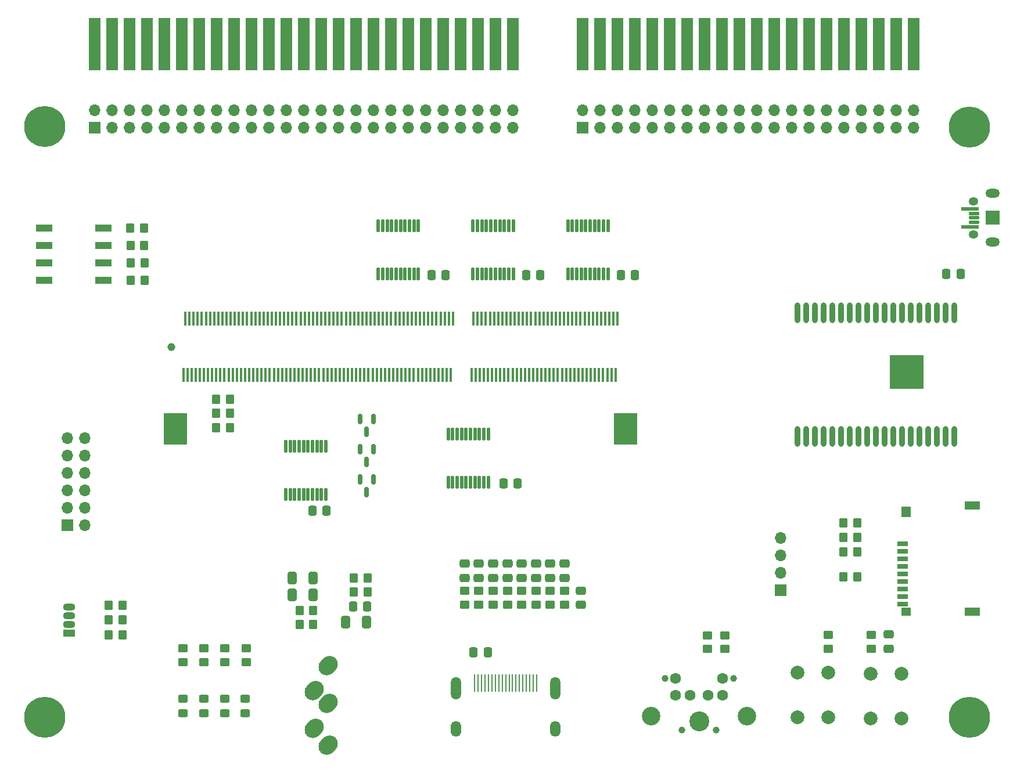
<source format=gbr>
%TF.GenerationSoftware,KiCad,Pcbnew,(6.0.0)*%
%TF.CreationDate,2023-03-19T22:45:45-04:00*%
%TF.ProjectId,TRS-IO++,5452532d-494f-42b2-9b2e-6b696361645f,rev?*%
%TF.SameCoordinates,Original*%
%TF.FileFunction,Soldermask,Top*%
%TF.FilePolarity,Negative*%
%FSLAX46Y46*%
G04 Gerber Fmt 4.6, Leading zero omitted, Abs format (unit mm)*
G04 Created by KiCad (PCBNEW (6.0.0)) date 2023-03-19 22:45:45*
%MOMM*%
%LPD*%
G01*
G04 APERTURE LIST*
G04 Aperture macros list*
%AMRoundRect*
0 Rectangle with rounded corners*
0 $1 Rounding radius*
0 $2 $3 $4 $5 $6 $7 $8 $9 X,Y pos of 4 corners*
0 Add a 4 corners polygon primitive as box body*
4,1,4,$2,$3,$4,$5,$6,$7,$8,$9,$2,$3,0*
0 Add four circle primitives for the rounded corners*
1,1,$1+$1,$2,$3*
1,1,$1+$1,$4,$5*
1,1,$1+$1,$6,$7*
1,1,$1+$1,$8,$9*
0 Add four rect primitives between the rounded corners*
20,1,$1+$1,$2,$3,$4,$5,0*
20,1,$1+$1,$4,$5,$6,$7,0*
20,1,$1+$1,$6,$7,$8,$9,0*
20,1,$1+$1,$8,$9,$2,$3,0*%
%AMHorizOval*
0 Thick line with rounded ends*
0 $1 width*
0 $2 $3 position (X,Y) of the first rounded end (center of the circle)*
0 $4 $5 position (X,Y) of the second rounded end (center of the circle)*
0 Add line between two ends*
20,1,$1,$2,$3,$4,$5,0*
0 Add two circle primitives to create the rounded ends*
1,1,$1,$2,$3*
1,1,$1,$4,$5*%
G04 Aperture macros list end*
%ADD10RoundRect,0.250000X0.350000X0.450000X-0.350000X0.450000X-0.350000X-0.450000X0.350000X-0.450000X0*%
%ADD11RoundRect,0.250000X-0.450000X0.350000X-0.450000X-0.350000X0.450000X-0.350000X0.450000X0.350000X0*%
%ADD12RoundRect,0.250000X-0.412500X-0.650000X0.412500X-0.650000X0.412500X0.650000X-0.412500X0.650000X0*%
%ADD13RoundRect,0.250000X0.450000X-0.350000X0.450000X0.350000X-0.450000X0.350000X-0.450000X-0.350000X0*%
%ADD14R,2.440000X1.120000*%
%ADD15RoundRect,0.250000X-0.350000X-0.450000X0.350000X-0.450000X0.350000X0.450000X-0.350000X0.450000X0*%
%ADD16RoundRect,0.250000X0.450000X-0.325000X0.450000X0.325000X-0.450000X0.325000X-0.450000X-0.325000X0*%
%ADD17RoundRect,0.250000X0.337500X0.475000X-0.337500X0.475000X-0.337500X-0.475000X0.337500X-0.475000X0*%
%ADD18C,0.800000*%
%ADD19C,6.000000*%
%ADD20RoundRect,0.250000X0.412500X0.650000X-0.412500X0.650000X-0.412500X-0.650000X0.412500X-0.650000X0*%
%ADD21RoundRect,0.250000X-0.475000X0.337500X-0.475000X-0.337500X0.475000X-0.337500X0.475000X0.337500X0*%
%ADD22C,2.000000*%
%ADD23R,1.700000X1.700000*%
%ADD24O,1.700000X1.700000*%
%ADD25HorizOval,2.400000X-0.212132X-0.212132X0.212132X0.212132X0*%
%ADD26RoundRect,0.250000X-0.337500X-0.475000X0.337500X-0.475000X0.337500X0.475000X-0.337500X0.475000X0*%
%ADD27RoundRect,0.150000X-0.150000X0.587500X-0.150000X-0.587500X0.150000X-0.587500X0.150000X0.587500X0*%
%ADD28R,0.280000X2.600000*%
%ADD29O,1.500000X3.300000*%
%ADD30O,1.500000X2.300000*%
%ADD31R,1.600000X0.700000*%
%ADD32R,1.400000X1.600000*%
%ADD33R,2.200000X1.200000*%
%ADD34R,1.400000X1.200000*%
%ADD35RoundRect,0.112500X-0.112500X0.837500X-0.112500X-0.837500X0.112500X-0.837500X0.112500X0.837500X0*%
%ADD36O,0.900000X3.000000*%
%ADD37R,5.000000X5.000000*%
%ADD38RoundRect,0.250000X0.475000X-0.337500X0.475000X0.337500X-0.475000X0.337500X-0.475000X-0.337500X0*%
%ADD39O,1.400000X1.200000*%
%ADD40RoundRect,0.050000X1.000000X-1.000000X1.000000X1.000000X-1.000000X1.000000X-1.000000X-1.000000X0*%
%ADD41O,2.100000X1.300000*%
%ADD42RoundRect,0.050000X1.250000X-0.200000X1.250000X0.200000X-1.250000X0.200000X-1.250000X-0.200000X0*%
%ADD43RoundRect,0.050000X0.675000X-0.200000X0.675000X0.200000X-0.675000X0.200000X-0.675000X-0.200000X0*%
%ADD44R,1.778000X7.620000*%
%ADD45R,1.800000X1.070000*%
%ADD46O,1.800000X1.070000*%
%ADD47C,1.600000*%
%ADD48C,1.000000*%
%ADD49C,2.900000*%
%ADD50C,2.700000*%
%ADD51C,1.150000*%
%ADD52R,0.350000X2.000000*%
%ADD53R,3.500000X4.600000*%
G04 APERTURE END LIST*
D10*
%TO.C,R33*%
X80435500Y-70104000D03*
X78435500Y-70104000D03*
%TD*%
D11*
%TO.C,R39*%
X92269032Y-131384800D03*
X92269032Y-133384800D03*
%TD*%
D12*
%TO.C,C15*%
X109806299Y-127551799D03*
X112931299Y-127551799D03*
%TD*%
D13*
%TO.C,R8*%
X133435900Y-125028200D03*
X133435900Y-123028200D03*
%TD*%
D11*
%TO.C,R40*%
X95330100Y-131384800D03*
X95330100Y-133384800D03*
%TD*%
D14*
%TO.C,SW3*%
X65935700Y-70104000D03*
X65935700Y-72644000D03*
X65935700Y-75184000D03*
X65935700Y-77724000D03*
X74545700Y-77724000D03*
X74545700Y-75184000D03*
X74545700Y-72644000D03*
X74545700Y-70104000D03*
%TD*%
D15*
%TO.C,R29*%
X90998800Y-95046800D03*
X92998800Y-95046800D03*
%TD*%
D16*
%TO.C,D3*%
X89177666Y-140842600D03*
X89177666Y-138792600D03*
%TD*%
D17*
%TO.C,C16*%
X134919850Y-107340400D03*
X132844850Y-107340400D03*
%TD*%
D13*
%TO.C,R10*%
X129270300Y-125028200D03*
X129270300Y-123028200D03*
%TD*%
D10*
%TO.C,R35*%
X80537100Y-75184000D03*
X78537100Y-75184000D03*
%TD*%
D16*
%TO.C,D2*%
X86146600Y-140842600D03*
X86146600Y-138792600D03*
%TD*%
D13*
%TO.C,R7*%
X135518700Y-125028200D03*
X135518700Y-123028200D03*
%TD*%
D18*
%TO.C,H3*%
X202387690Y-139887010D03*
X203046700Y-141478000D03*
X199205710Y-143068990D03*
D19*
X200796700Y-141478000D03*
D18*
X200796700Y-143728000D03*
X202387690Y-143068990D03*
X200796700Y-139228000D03*
X198546700Y-141478000D03*
X199205710Y-139887010D03*
%TD*%
D15*
%TO.C,R16*%
X182423100Y-120967500D03*
X184423100Y-120967500D03*
%TD*%
D20*
%TO.C,C12*%
X105141899Y-121167999D03*
X102016899Y-121167999D03*
%TD*%
D21*
%TO.C,C6*%
X131353100Y-119053700D03*
X131353100Y-121128700D03*
%TD*%
D10*
%TO.C,R34*%
X80486300Y-72644000D03*
X78486300Y-72644000D03*
%TD*%
%TO.C,R2*%
X77301600Y-125120400D03*
X75301600Y-125120400D03*
%TD*%
D21*
%TO.C,C4*%
X135518700Y-119053700D03*
X135518700Y-121128700D03*
%TD*%
D13*
%TO.C,R31*%
X165100000Y-131492500D03*
X165100000Y-129492500D03*
%TD*%
D21*
%TO.C,C3*%
X137601500Y-119053700D03*
X137601500Y-121128700D03*
%TD*%
%TO.C,C7*%
X129270300Y-119053700D03*
X129270300Y-121128700D03*
%TD*%
D18*
%TO.C,H2*%
X198546700Y-55321200D03*
X202387690Y-53730210D03*
X200796700Y-57571200D03*
X199205710Y-53730210D03*
X203046700Y-55321200D03*
X199205710Y-56912190D03*
X202387690Y-56912190D03*
D19*
X200796700Y-55321200D03*
D18*
X200796700Y-53071200D03*
%TD*%
D21*
%TO.C,C1*%
X141767100Y-119053700D03*
X141767100Y-121128700D03*
%TD*%
D22*
%TO.C,SW2*%
X175737500Y-134976800D03*
X175737500Y-141476800D03*
X180237500Y-141476800D03*
X180237500Y-134976800D03*
%TD*%
D23*
%TO.C,J2*%
X144413700Y-55422800D03*
D24*
X144413700Y-52882800D03*
X146953700Y-55422800D03*
X146953700Y-52882800D03*
X149493700Y-55422800D03*
X149493700Y-52882800D03*
X152033700Y-55422800D03*
X152033700Y-52882800D03*
X154573700Y-55422800D03*
X154573700Y-52882800D03*
X157113700Y-55422800D03*
X157113700Y-52882800D03*
X159653700Y-55422800D03*
X159653700Y-52882800D03*
X162193700Y-55422800D03*
X162193700Y-52882800D03*
X164733700Y-55422800D03*
X164733700Y-52882800D03*
X167273700Y-55422800D03*
X167273700Y-52882800D03*
X169813700Y-55422800D03*
X169813700Y-52882800D03*
X172353700Y-55422800D03*
X172353700Y-52882800D03*
X174893700Y-55422800D03*
X174893700Y-52882800D03*
X177433700Y-55422800D03*
X177433700Y-52882800D03*
X179973700Y-55422800D03*
X179973700Y-52882800D03*
X182513700Y-55422800D03*
X182513700Y-52882800D03*
X185053700Y-55422800D03*
X185053700Y-52882800D03*
X187593700Y-55422800D03*
X187593700Y-52882800D03*
X190133700Y-55422800D03*
X190133700Y-52882800D03*
X192673700Y-55422800D03*
X192673700Y-52882800D03*
%TD*%
D25*
%TO.C,J10*%
X105273899Y-137591199D03*
X107273899Y-139391199D03*
X107273899Y-145491199D03*
X105273899Y-143091199D03*
X107273899Y-133891199D03*
%TD*%
D17*
%TO.C,C19*%
X124415000Y-76962000D03*
X122340000Y-76962000D03*
%TD*%
D21*
%TO.C,C8*%
X127187500Y-119053700D03*
X127187500Y-121128700D03*
%TD*%
D26*
%TO.C,C23*%
X128486800Y-131965700D03*
X130561800Y-131965700D03*
%TD*%
D27*
%TO.C,Q3*%
X113878400Y-97919300D03*
X111978400Y-97919300D03*
X112928400Y-99794300D03*
%TD*%
D28*
%TO.C,J7*%
X137681900Y-136473000D03*
X137181900Y-136473000D03*
X136681900Y-136473000D03*
X136181900Y-136473000D03*
X135681900Y-136473000D03*
X135181900Y-136473000D03*
X134681900Y-136473000D03*
X134181900Y-136473000D03*
X133681900Y-136473000D03*
X133181900Y-136473000D03*
X132681900Y-136473000D03*
X132181900Y-136473000D03*
X131681900Y-136473000D03*
X131181900Y-136473000D03*
X130681900Y-136473000D03*
X130181900Y-136473000D03*
X129681900Y-136473000D03*
X129181900Y-136473000D03*
X128681900Y-136473000D03*
D29*
X140431900Y-137233000D03*
D30*
X125931900Y-143193000D03*
X140431900Y-143193000D03*
D29*
X125931900Y-137233000D03*
%TD*%
D31*
%TO.C,J9*%
X191070000Y-116113200D03*
X191070000Y-117213200D03*
X191070000Y-118313200D03*
X191070000Y-119413200D03*
X191070000Y-120513200D03*
X191070000Y-121613200D03*
X191070000Y-122713200D03*
X191070000Y-123813200D03*
X191070000Y-124913200D03*
D32*
X191570000Y-111463200D03*
D33*
X201170000Y-110563200D03*
X201170000Y-126063200D03*
D34*
X191570000Y-126063200D03*
%TD*%
D21*
%TO.C,C9*%
X189026800Y-129366100D03*
X189026800Y-131441100D03*
%TD*%
D10*
%TO.C,R36*%
X80537100Y-77724000D03*
X78537100Y-77724000D03*
%TD*%
D23*
%TO.C,J8*%
X173255166Y-122892600D03*
D24*
X173255166Y-120352600D03*
X173255166Y-117812600D03*
X173255166Y-115272600D03*
%TD*%
D15*
%TO.C,R17*%
X182423100Y-115214400D03*
X184423100Y-115214400D03*
%TD*%
%TO.C,R26*%
X90998800Y-99212400D03*
X92998800Y-99212400D03*
%TD*%
D27*
%TO.C,Q4*%
X113878400Y-102338900D03*
X111978400Y-102338900D03*
X112928400Y-104213900D03*
%TD*%
D22*
%TO.C,SW1*%
X186354700Y-135129200D03*
X186354700Y-141629200D03*
X190854700Y-141629200D03*
X190854700Y-135129200D03*
%TD*%
D13*
%TO.C,R32*%
X162560000Y-131492500D03*
X162560000Y-129492500D03*
%TD*%
D23*
%TO.C,J5*%
X69322000Y-113411400D03*
D24*
X71862000Y-113411400D03*
X69322000Y-110871400D03*
X71862000Y-110871400D03*
X69322000Y-108331400D03*
X71862000Y-108331400D03*
X69322000Y-105791400D03*
X71862000Y-105791400D03*
X69322000Y-103251400D03*
X71862000Y-103251400D03*
X69322000Y-100711400D03*
X71862000Y-100711400D03*
%TD*%
D15*
%TO.C,R18*%
X182423100Y-113080800D03*
X184423100Y-113080800D03*
%TD*%
D10*
%TO.C,R1*%
X77301600Y-129438400D03*
X75301600Y-129438400D03*
%TD*%
D35*
%TO.C,U3*%
X148095700Y-69753600D03*
X147445700Y-69753600D03*
X146795700Y-69753600D03*
X146145700Y-69753600D03*
X145495700Y-69753600D03*
X144845700Y-69753600D03*
X144195700Y-69753600D03*
X143545700Y-69753600D03*
X142895700Y-69753600D03*
X142245700Y-69753600D03*
X142245700Y-76753600D03*
X142895700Y-76753600D03*
X143545700Y-76753600D03*
X144195700Y-76753600D03*
X144845700Y-76753600D03*
X145495700Y-76753600D03*
X146145700Y-76753600D03*
X146795700Y-76753600D03*
X147445700Y-76753600D03*
X148095700Y-76753600D03*
%TD*%
D16*
%TO.C,D4*%
X92208732Y-140842600D03*
X92208732Y-138792600D03*
%TD*%
D35*
%TO.C,U4*%
X130660550Y-100132000D03*
X130010550Y-100132000D03*
X129360550Y-100132000D03*
X128710550Y-100132000D03*
X128060550Y-100132000D03*
X127410550Y-100132000D03*
X126760550Y-100132000D03*
X126110550Y-100132000D03*
X125460550Y-100132000D03*
X124810550Y-100132000D03*
X124810550Y-107132000D03*
X125460550Y-107132000D03*
X126110550Y-107132000D03*
X126760550Y-107132000D03*
X127410550Y-107132000D03*
X128060550Y-107132000D03*
X128710550Y-107132000D03*
X129360550Y-107132000D03*
X130010550Y-107132000D03*
X130660550Y-107132000D03*
%TD*%
D36*
%TO.C,U1*%
X198565900Y-82490800D03*
X197295900Y-82490800D03*
X196025900Y-82490800D03*
X194755900Y-82490800D03*
X193485900Y-82490800D03*
X192215900Y-82490800D03*
X190945900Y-82490800D03*
X189675900Y-82490800D03*
X188405900Y-82490800D03*
X187135900Y-82490800D03*
X185865900Y-82490800D03*
X184595900Y-82490800D03*
X183325900Y-82490800D03*
X182055900Y-82490800D03*
X180755900Y-82490800D03*
X179485900Y-82490800D03*
X178215900Y-82490800D03*
X176945900Y-82490800D03*
X175675900Y-82490800D03*
X175675900Y-100490800D03*
X176945900Y-100490800D03*
X178215900Y-100490800D03*
X179485900Y-100490800D03*
X180755900Y-100490800D03*
X182055900Y-100520800D03*
X183325900Y-100520800D03*
X184595900Y-100520800D03*
X185865900Y-100520800D03*
X187135900Y-100520800D03*
X188405900Y-100520800D03*
X189675900Y-100520800D03*
X190945900Y-100520800D03*
X192215900Y-100520800D03*
X193485900Y-100520800D03*
X194755900Y-100520800D03*
X196025900Y-100520800D03*
X197295900Y-100520800D03*
X198565900Y-100520800D03*
D18*
X189655900Y-90090800D03*
X192655900Y-90090800D03*
X192655900Y-91090800D03*
X189655900Y-91090800D03*
X193655900Y-93090800D03*
X193655900Y-89090800D03*
X189655900Y-92090800D03*
X190655900Y-91090800D03*
X191655900Y-93090800D03*
X189655900Y-93090800D03*
X189655900Y-89090800D03*
X191655900Y-92090800D03*
X191655900Y-91090800D03*
X193655900Y-91090800D03*
D37*
X191645900Y-91090800D03*
D18*
X192655900Y-93090800D03*
X190655900Y-93090800D03*
X190655900Y-89090800D03*
X192655900Y-92090800D03*
X193655900Y-92090800D03*
X192655900Y-89090800D03*
X190655900Y-90090800D03*
X191655900Y-90090800D03*
X193655900Y-90090800D03*
X191655900Y-89090800D03*
X190655900Y-92090800D03*
%TD*%
D38*
%TO.C,C21*%
X144129300Y-125065700D03*
X144129300Y-122990700D03*
%TD*%
D11*
%TO.C,R30*%
X180171900Y-129454400D03*
X180171900Y-131454400D03*
%TD*%
D18*
%TO.C,H1*%
X66024300Y-57520400D03*
X64433310Y-56861390D03*
X68274300Y-55270400D03*
D19*
X66024300Y-55270400D03*
D18*
X64433310Y-53679410D03*
X67615290Y-56861390D03*
X67615290Y-53679410D03*
X66024300Y-53020400D03*
X63774300Y-55270400D03*
%TD*%
D10*
%TO.C,R24*%
X113029199Y-123182999D03*
X111029199Y-123182999D03*
%TD*%
D27*
%TO.C,Q5*%
X113878400Y-106758500D03*
X111978400Y-106758500D03*
X112928400Y-108633500D03*
%TD*%
D21*
%TO.C,C5*%
X133435900Y-119053700D03*
X133435900Y-121128700D03*
%TD*%
D11*
%TO.C,R12*%
X186436000Y-129454400D03*
X186436000Y-131454400D03*
%TD*%
D10*
%TO.C,R22*%
X105140000Y-125841599D03*
X103140000Y-125841599D03*
%TD*%
D39*
%TO.C,J12*%
X201374000Y-66155000D03*
D40*
X204124000Y-68580000D03*
D41*
X204124000Y-72155000D03*
X204124000Y-65005000D03*
D39*
X201374000Y-71005000D03*
D42*
X200872800Y-69880000D03*
D43*
X201449000Y-69230000D03*
X201449000Y-68580000D03*
X201449000Y-67930000D03*
D42*
X200872800Y-67280000D03*
%TD*%
D17*
%TO.C,C11*%
X152050200Y-76962000D03*
X149975200Y-76962000D03*
%TD*%
D15*
%TO.C,R28*%
X90998800Y-97129600D03*
X92998800Y-97129600D03*
%TD*%
D10*
%TO.C,R23*%
X113029199Y-121100199D03*
X111029199Y-121100199D03*
%TD*%
D13*
%TO.C,R4*%
X141767100Y-125028200D03*
X141767100Y-123028200D03*
%TD*%
D17*
%TO.C,C24*%
X199497400Y-76758800D03*
X197422400Y-76758800D03*
%TD*%
D11*
%TO.C,R38*%
X89207966Y-131384800D03*
X89207966Y-133384800D03*
%TD*%
D44*
%TO.C,J4*%
X144408700Y-43281600D03*
X146948700Y-43281600D03*
X149488700Y-43281600D03*
X152028700Y-43281600D03*
X154568700Y-43281600D03*
X157108700Y-43281600D03*
X159648700Y-43281600D03*
X162188700Y-43281600D03*
X164728700Y-43281600D03*
X167268700Y-43281600D03*
X169808700Y-43281600D03*
X172348700Y-43281600D03*
X174888700Y-43281600D03*
X177428700Y-43281600D03*
X179968700Y-43281600D03*
X182508700Y-43281600D03*
X185048700Y-43281600D03*
X187588700Y-43281600D03*
X190128700Y-43281600D03*
X192668700Y-43281600D03*
%TD*%
%TO.C,J3*%
X73263300Y-43281600D03*
X75803300Y-43281600D03*
X78343300Y-43281600D03*
X80883300Y-43281600D03*
X83423300Y-43281600D03*
X85963300Y-43281600D03*
X88503300Y-43281600D03*
X91043300Y-43281600D03*
X93583300Y-43281600D03*
X96123300Y-43281600D03*
X98663300Y-43281600D03*
X101203300Y-43281600D03*
X103743300Y-43281600D03*
X106283300Y-43281600D03*
X108823300Y-43281600D03*
X111363300Y-43281600D03*
X113903300Y-43281600D03*
X116443300Y-43281600D03*
X118983300Y-43281600D03*
X121523300Y-43281600D03*
X124063300Y-43281600D03*
X126603300Y-43281600D03*
X129143300Y-43281600D03*
X131683300Y-43281600D03*
X134223300Y-43281600D03*
%TD*%
D35*
%TO.C,U2*%
X134278100Y-69753600D03*
X133628100Y-69753600D03*
X132978100Y-69753600D03*
X132328100Y-69753600D03*
X131678100Y-69753600D03*
X131028100Y-69753600D03*
X130378100Y-69753600D03*
X129728100Y-69753600D03*
X129078100Y-69753600D03*
X128428100Y-69753600D03*
X128428100Y-76753600D03*
X129078100Y-76753600D03*
X129728100Y-76753600D03*
X130378100Y-76753600D03*
X131028100Y-76753600D03*
X131678100Y-76753600D03*
X132328100Y-76753600D03*
X132978100Y-76753600D03*
X133628100Y-76753600D03*
X134278100Y-76753600D03*
%TD*%
D21*
%TO.C,C2*%
X139684300Y-119053700D03*
X139684300Y-121128700D03*
%TD*%
D45*
%TO.C,D1*%
X69543200Y-129156000D03*
D46*
X69543200Y-127886000D03*
X69543200Y-126616000D03*
X69543200Y-125346000D03*
%TD*%
D47*
%TO.C,J11*%
X162675900Y-138262800D03*
X160075900Y-138262800D03*
X164775900Y-138262800D03*
X157975900Y-138262800D03*
X164775900Y-135762800D03*
X157975900Y-135762800D03*
D48*
X163875900Y-143362800D03*
X158875900Y-143362800D03*
X166375900Y-135762800D03*
X156375900Y-135762800D03*
D49*
X161375900Y-142062800D03*
D50*
X168375900Y-141262800D03*
X154375900Y-141262800D03*
%TD*%
D51*
%TO.C,Conn1*%
X84440300Y-87422900D03*
D52*
X149490300Y-83322900D03*
X149190300Y-91522900D03*
X148890300Y-83322900D03*
X148590300Y-91522900D03*
X148290300Y-83322900D03*
X147990300Y-91522900D03*
X147690300Y-83322900D03*
X147390300Y-91522900D03*
X147090300Y-83322900D03*
X146790300Y-91522900D03*
X146490300Y-83322900D03*
X146190300Y-91522900D03*
X145890300Y-83322900D03*
X145590300Y-91522900D03*
X145290300Y-83322900D03*
X144990300Y-91522900D03*
X144690300Y-83322900D03*
X144390300Y-91522900D03*
X144090300Y-83322900D03*
X143790300Y-91522900D03*
X143490300Y-83322900D03*
X143190300Y-91522900D03*
X142890300Y-83322900D03*
X142590300Y-91522900D03*
X142290300Y-83322900D03*
X141990300Y-91522900D03*
X141690300Y-83322900D03*
X141390300Y-91522900D03*
X141090300Y-83322900D03*
X140790300Y-91522900D03*
X140490300Y-83322900D03*
X140190300Y-91522900D03*
X139890300Y-83322900D03*
X139590300Y-91522900D03*
X139290300Y-83322900D03*
X138990300Y-91522900D03*
X138690300Y-83322900D03*
X138390300Y-91522900D03*
X138090300Y-83322900D03*
X137790300Y-91522900D03*
X137490300Y-83322900D03*
X137190300Y-91522900D03*
X136890300Y-83322900D03*
X136590300Y-91522900D03*
X136290300Y-83322900D03*
X135990300Y-91522900D03*
X135690300Y-83322900D03*
X135390300Y-91522900D03*
X135090300Y-83322900D03*
X134790300Y-91522900D03*
X134490300Y-83322900D03*
X134190300Y-91522900D03*
X133890300Y-83322900D03*
X133590300Y-91522900D03*
X133290300Y-83322900D03*
X132990300Y-91522900D03*
X132690300Y-83322900D03*
X132390300Y-91522900D03*
X132090300Y-83322900D03*
X131790300Y-91522900D03*
X131490300Y-83322900D03*
X131190300Y-91522900D03*
X130890300Y-83322900D03*
X130590300Y-91522900D03*
X130290300Y-83322900D03*
X129990300Y-91522900D03*
X129690300Y-83322900D03*
X129390300Y-91522900D03*
X129090300Y-83322900D03*
X128790300Y-91522900D03*
X128490300Y-83322900D03*
X128190300Y-91522900D03*
X125490300Y-83322900D03*
X125190300Y-91522900D03*
X124890300Y-83322900D03*
X124590300Y-91522900D03*
X124290300Y-83322900D03*
X123990300Y-91522900D03*
X123690300Y-83322900D03*
X123390300Y-91522900D03*
X123090300Y-83322900D03*
X122790300Y-91522900D03*
X122490300Y-83322900D03*
X122190300Y-91522900D03*
X121890300Y-83322900D03*
X121590300Y-91522900D03*
X121290300Y-83322900D03*
X120990300Y-91522900D03*
X120690300Y-83322900D03*
X120390300Y-91522900D03*
X120090300Y-83322900D03*
X119790300Y-91522900D03*
X119490300Y-83322900D03*
X119190300Y-91522900D03*
X118890300Y-83322900D03*
X118590300Y-91522900D03*
X118290300Y-83322900D03*
X117990300Y-91522900D03*
X117690300Y-83322900D03*
X117390300Y-91522900D03*
X117090300Y-83322900D03*
X116790300Y-91522900D03*
X116490300Y-83322900D03*
X116190300Y-91522900D03*
X115890300Y-83322900D03*
X115590300Y-91522900D03*
X115290300Y-83322900D03*
X114990300Y-91522900D03*
X114690300Y-83322900D03*
X114390300Y-91522900D03*
X114090300Y-83322900D03*
X113790300Y-91522900D03*
X113490300Y-83322900D03*
X113190300Y-91522900D03*
X112890300Y-83322900D03*
X112590300Y-91522900D03*
X112290300Y-83322900D03*
X111990300Y-91522900D03*
X111690300Y-83322900D03*
X111390300Y-91522900D03*
X111090300Y-83322900D03*
X110790300Y-91522900D03*
X110490300Y-83322900D03*
X110190300Y-91522900D03*
X109890300Y-83322900D03*
X109590300Y-91522900D03*
X109290300Y-83322900D03*
X108990300Y-91522900D03*
X108690300Y-83322900D03*
X108390300Y-91522900D03*
X108090300Y-83322900D03*
X107790300Y-91522900D03*
X107490300Y-83322900D03*
X107190300Y-91522900D03*
X106890300Y-83322900D03*
X106590300Y-91522900D03*
X106290300Y-83322900D03*
X105990300Y-91522900D03*
X105690300Y-83322900D03*
X105390300Y-91522900D03*
X105090300Y-83322900D03*
X104790300Y-91522900D03*
X104490300Y-83322900D03*
X104190300Y-91522900D03*
X103890300Y-83322900D03*
X103590300Y-91522900D03*
X103290300Y-83322900D03*
X102990300Y-91522900D03*
X102690300Y-83322900D03*
X102390300Y-91522900D03*
X102090300Y-83322900D03*
X101790300Y-91522900D03*
X101490300Y-83322900D03*
X101190300Y-91522900D03*
X100890300Y-83322900D03*
X100590300Y-91522900D03*
X100290300Y-83322900D03*
X99990300Y-91522900D03*
X99690300Y-83322900D03*
X99390300Y-91522900D03*
X99090300Y-83322900D03*
X98790300Y-91522900D03*
X98490300Y-83322900D03*
X98190300Y-91522900D03*
X97890300Y-83322900D03*
X97590300Y-91522900D03*
X97290300Y-83322900D03*
X96990300Y-91522900D03*
X96690300Y-83322900D03*
X96390300Y-91522900D03*
X96090300Y-83322900D03*
X95790300Y-91522900D03*
X95490300Y-83322900D03*
X95190300Y-91522900D03*
X94890300Y-83322900D03*
X94590300Y-91522900D03*
X94290300Y-83322900D03*
X93990300Y-91522900D03*
X93690300Y-83322900D03*
X93390300Y-91522900D03*
X93090300Y-83322900D03*
X92790300Y-91522900D03*
X92490300Y-83322900D03*
X92190300Y-91522900D03*
X91890300Y-83322900D03*
X91590300Y-91522900D03*
X91290300Y-83322900D03*
X90990300Y-91522900D03*
X90690300Y-83322900D03*
X90390300Y-91522900D03*
X90090300Y-83322900D03*
X89790300Y-91522900D03*
X89490300Y-83322900D03*
X89190300Y-91522900D03*
X88890300Y-83322900D03*
X88590300Y-91522900D03*
X88290300Y-83322900D03*
X87990300Y-91522900D03*
X87690300Y-83322900D03*
X87390300Y-91522900D03*
X87090300Y-83322900D03*
X86790300Y-91522900D03*
X86490300Y-83322900D03*
X86190300Y-91522900D03*
D53*
X150640300Y-99422900D03*
X85040300Y-99422900D03*
%TD*%
D11*
%TO.C,R37*%
X86146900Y-131384800D03*
X86146900Y-133384800D03*
%TD*%
D13*
%TO.C,R5*%
X139684300Y-125028200D03*
X139684300Y-123028200D03*
%TD*%
D10*
%TO.C,R3*%
X77301600Y-127254000D03*
X75301600Y-127254000D03*
%TD*%
D23*
%TO.C,J1*%
X73237900Y-55422800D03*
D24*
X73237900Y-52882800D03*
X75777900Y-55422800D03*
X75777900Y-52882800D03*
X78317900Y-55422800D03*
X78317900Y-52882800D03*
X80857900Y-55422800D03*
X80857900Y-52882800D03*
X83397900Y-55422800D03*
X83397900Y-52882800D03*
X85937900Y-55422800D03*
X85937900Y-52882800D03*
X88477900Y-55422800D03*
X88477900Y-52882800D03*
X91017900Y-55422800D03*
X91017900Y-52882800D03*
X93557900Y-55422800D03*
X93557900Y-52882800D03*
X96097900Y-55422800D03*
X96097900Y-52882800D03*
X98637900Y-55422800D03*
X98637900Y-52882800D03*
X101177900Y-55422800D03*
X101177900Y-52882800D03*
X103717900Y-55422800D03*
X103717900Y-52882800D03*
X106257900Y-55422800D03*
X106257900Y-52882800D03*
X108797900Y-55422800D03*
X108797900Y-52882800D03*
X111337900Y-55422800D03*
X111337900Y-52882800D03*
X113877900Y-55422800D03*
X113877900Y-52882800D03*
X116417900Y-55422800D03*
X116417900Y-52882800D03*
X118957900Y-55422800D03*
X118957900Y-52882800D03*
X121497900Y-55422800D03*
X121497900Y-52882800D03*
X124037900Y-55422800D03*
X124037900Y-52882800D03*
X126577900Y-55422800D03*
X126577900Y-52882800D03*
X129117900Y-55422800D03*
X129117900Y-52882800D03*
X131657900Y-55422800D03*
X131657900Y-52882800D03*
X134197900Y-55422800D03*
X134197900Y-52882800D03*
%TD*%
D16*
%TO.C,D5*%
X95239800Y-140842600D03*
X95239800Y-138792600D03*
%TD*%
D13*
%TO.C,R11*%
X127187500Y-125028200D03*
X127187500Y-123028200D03*
%TD*%
%TO.C,R9*%
X131353100Y-125028200D03*
X131353100Y-123028200D03*
%TD*%
D17*
%TO.C,C18*%
X107057100Y-111302800D03*
X104982100Y-111302800D03*
%TD*%
D35*
%TO.C,U5*%
X106963400Y-101910000D03*
X106313400Y-101910000D03*
X105663400Y-101910000D03*
X105013400Y-101910000D03*
X104363400Y-101910000D03*
X103713400Y-101910000D03*
X103063400Y-101910000D03*
X102413400Y-101910000D03*
X101763400Y-101910000D03*
X101113400Y-101910000D03*
X101113400Y-108910000D03*
X101763400Y-108910000D03*
X102413400Y-108910000D03*
X103063400Y-108910000D03*
X103713400Y-108910000D03*
X104363400Y-108910000D03*
X105013400Y-108910000D03*
X105663400Y-108910000D03*
X106313400Y-108910000D03*
X106963400Y-108910000D03*
%TD*%
D18*
%TO.C,H4*%
X66024300Y-143728000D03*
X68274300Y-141478000D03*
X64433310Y-139887010D03*
X66024300Y-139228000D03*
X64433310Y-143068990D03*
X67615290Y-143068990D03*
D19*
X66024300Y-141478000D03*
D18*
X63774300Y-141478000D03*
X67615290Y-139887010D03*
%TD*%
D17*
%TO.C,C10*%
X138232600Y-76962000D03*
X136157600Y-76962000D03*
%TD*%
D15*
%TO.C,R15*%
X182423100Y-117348000D03*
X184423100Y-117348000D03*
%TD*%
D13*
%TO.C,R6*%
X137601500Y-125028200D03*
X137601500Y-123028200D03*
%TD*%
D15*
%TO.C,R21*%
X103140000Y-127873599D03*
X105140000Y-127873599D03*
%TD*%
D35*
%TO.C,U6*%
X120460500Y-69753600D03*
X119810500Y-69753600D03*
X119160500Y-69753600D03*
X118510500Y-69753600D03*
X117860500Y-69753600D03*
X117210500Y-69753600D03*
X116560500Y-69753600D03*
X115910500Y-69753600D03*
X115260500Y-69753600D03*
X114610500Y-69753600D03*
X114610500Y-76753600D03*
X115260500Y-76753600D03*
X115910500Y-76753600D03*
X116560500Y-76753600D03*
X117210500Y-76753600D03*
X117860500Y-76753600D03*
X118510500Y-76753600D03*
X119160500Y-76753600D03*
X119810500Y-76753600D03*
X120460500Y-76753600D03*
%TD*%
D17*
%TO.C,C13*%
X113015899Y-125265799D03*
X110940899Y-125265799D03*
%TD*%
D12*
%TO.C,C14*%
X102016899Y-123606399D03*
X105141899Y-123606399D03*
%TD*%
M02*

</source>
